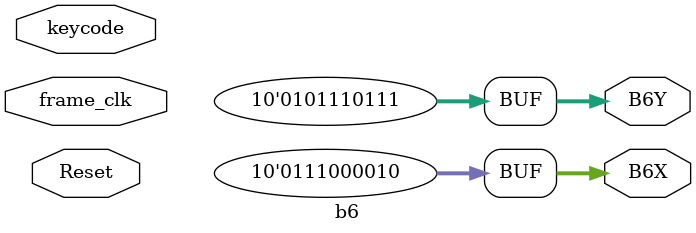
<source format=sv>



module  b6 ( input Reset, frame_clk, input [7:0] keycode,
               output [9:0]  B6X, B6Y);
    
       
    assign B6X = 450;
   
    assign B6Y = 375;
    

endmodule

</source>
